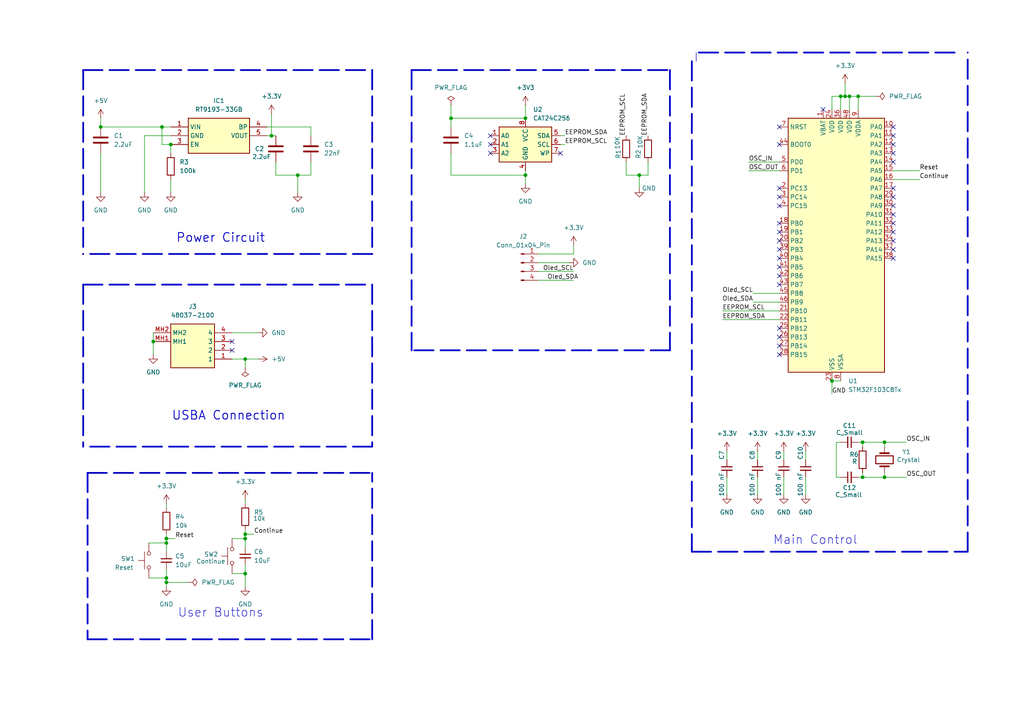
<source format=kicad_sch>
(kicad_sch (version 20231120) (generator "eeschema") (generator_version "8.0")
  (paper "A4")
  (title_block (title "Runtime Tester") (date "2024-10-03") (rev "v001") (company "edisonngunjiri@gmail.com"))
  (lib_symbols
    (symbol "48037-2100:48037-2100"
      (property "Reference" "J" (at 19.05 7.62 0))
      (property "Value" "48037-2100" (at 19.05 5.08 0))
      (symbol "48037-2100_1_1"
        (rectangle (start 5.08 2.54) (end 17.78 -10.16) (stroke (width 0.254)) (fill (type background)))
        (pin passive line (at 22.86 -7.62 180) (length 5.08) (name "1") (number "1"))
        (pin passive line (at 22.86 -5.08 180) (length 5.08) (name "2") (number "2"))
        (pin passive line (at 22.86 -2.54 180) (length 5.08) (name "3") (number "3"))
        (pin passive line (at 22.86 0 180) (length 5.08) (name "4") (number "4"))
        (pin passive line (at 0 -2.54 0) (length 5.08) (name "MH1") (number "MH1"))
        (pin passive line (at 0 0 0) (length 5.08) (name "MH2") (number "MH2"))
      )
    )
    (symbol "Connector:Conn_01x04_Pin" (pin_names (offset 1.016) hide)
      (property "Reference" "J" (at 0 5.08 0))
      (property "Value" "Conn_01x04_Pin" (at 0 -7.62 0))
      (symbol "Conn_01x04_Pin_1_1"
        (polyline (pts (xy 1.27 -5.08) (xy 0.8636 -5.08)) (stroke (width 0.1524)))
        (polyline (pts (xy 1.27 -2.54) (xy 0.8636 -2.54)) (stroke (width 0.1524)))
        (polyline (pts (xy 1.27 0) (xy 0.8636 0)) (stroke (width 0.1524)))
        (polyline (pts (xy 1.27 2.54) (xy 0.8636 2.54)) (stroke (width 0.1524)))
        (rectangle (start 0.8636 -4.953) (end 0 -5.207) (stroke (width 0.1524)) (fill (type outline)))
        (rectangle (start 0.8636 -2.413) (end 0 -2.667) (stroke (width 0.1524)) (fill (type outline)))
        (rectangle (start 0.8636 0.127) (end 0 -0.127) (stroke (width 0.1524)) (fill (type outline)))
        (rectangle (start 0.8636 2.667) (end 0 2.413) (stroke (width 0.1524)) (fill (type outline)))
        (pin passive line (at 5.08 2.54 180) (length 3.81) (name "Pin_1") (number "1"))
        (pin passive line (at 5.08 0 180) (length 3.81) (name "Pin_2") (number "2"))
        (pin passive line (at 5.08 -2.54 180) (length 3.81) (name "Pin_3") (number "3"))
        (pin passive line (at 5.08 -5.08 180) (length 3.81) (name "Pin_4") (number "4"))
      )
    )
    (symbol "Device:C" (pin_numbers hide) (pin_names (offset 0.254))
      (property "Reference" "C" (at 0.635 2.54 0))
      (property "Value" "C" (at 0.635 -2.54 0))
      (symbol "C_0_1"
        (polyline (pts (xy -2.032 -0.762) (xy 2.032 -0.762)) (stroke (width 0.508)))
        (polyline (pts (xy -2.032 0.762) (xy 2.032 0.762)) (stroke (width 0.508)))
      )
      (symbol "C_1_1"
        (pin passive line (at 0 3.81 270) (length 2.794) (name "~") (number "1"))
        (pin passive line (at 0 -3.81 90) (length 2.794) (name "~") (number "2"))
      )
    )
    (symbol "Device:C_Small" (pin_numbers hide) (pin_names (offset 0.254) hide)
      (property "Reference" "C" (at 0.254 1.778 0))
      (property "Value" "C_Small" (at 0.254 -2.032 0))
      (symbol "C_Small_0_1"
        (polyline (pts (xy -1.524 -0.508) (xy 1.524 -0.508)) (stroke (width 0.3302)))
        (polyline (pts (xy -1.524 0.508) (xy 1.524 0.508)) (stroke (width 0.3048)))
      )
      (symbol "C_Small_1_1"
        (pin passive line (at 0 2.54 270) (length 2.032) (name "~") (number "1"))
        (pin passive line (at 0 -2.54 90) (length 2.032) (name "~") (number "2"))
      )
    )
    (symbol "Device:Crystal" (pin_numbers hide) (pin_names (offset 1.016) hide)
      (property "Reference" "Y" (at 0 3.81 0))
      (property "Value" "Crystal" (at 0 -3.81 0))
      (symbol "Crystal_0_1"
        (rectangle (start -1.143 2.54) (end 1.143 -2.54) (stroke (width 0.3048)))
        (polyline (pts (xy -2.54 0) (xy -1.905 0)))
        (polyline (pts (xy -1.905 -1.27) (xy -1.905 1.27)) (stroke (width 0.508)))
        (polyline (pts (xy 1.905 -1.27) (xy 1.905 1.27)) (stroke (width 0.508)))
        (polyline (pts (xy 2.54 0) (xy 1.905 0)))
      )
      (symbol "Crystal_1_1"
        (pin passive line (at -3.81 0 0) (length 1.27) (name "1") (number "1"))
        (pin passive line (at 3.81 0 180) (length 1.27) (name "2") (number "2"))
      )
    )
    (symbol "Device:R" (pin_numbers hide) (pin_names (offset 0))
      (property "Reference" "R" (at 2.032 0 90))
      (property "Value" "R" (at 0 0 90))
      (symbol "R_0_1"
        (rectangle (start -1.016 -2.54) (end 1.016 2.54) (stroke (width 0.254)))
      )
      (symbol "R_1_1"
        (pin passive line (at 0 3.81 270) (length 1.27) (name "~") (number "1"))
        (pin passive line (at 0 -3.81 90) (length 1.27) (name "~") (number "2"))
      )
    )
    (symbol "MCU_ST_STM32F1:STM32F103C8Tx"
      (property "Reference" "U" (at -12.7 39.37 0))
      (property "Value" "STM32F103C8Tx" (at 10.16 39.37 0))
      (symbol "STM32F103C8Tx_0_1"
        (rectangle (start -12.7 -35.56) (end 15.24 38.1) (stroke (width 0.254)) (fill (type background)))
      )
      (symbol "STM32F103C8Tx_1_1"
        (pin power_in line (at -2.54 40.64 270) (length 2.54) (name "VBAT") (number "1"))
        (pin bidirectional line (at 17.78 35.56 180) (length 2.54) (name "PA0") (number "10"))
        (pin bidirectional line (at 17.78 33.02 180) (length 2.54) (name "PA1") (number "11"))
        (pin bidirectional line (at 17.78 30.48 180) (length 2.54) (name "PA2") (number "12"))
        (pin bidirectional line (at 17.78 27.94 180) (length 2.54) (name "PA3") (number "13"))
        (pin bidirectional line (at 17.78 25.4 180) (length 2.54) (name "PA4") (number "14"))
        (pin bidirectional line (at 17.78 22.86 180) (length 2.54) (name "PA5") (number "15"))
        (pin bidirectional line (at 17.78 20.32 180) (length 2.54) (name "PA6") (number "16"))
        (pin bidirectional line (at 17.78 17.78 180) (length 2.54) (name "PA7") (number "17"))
        (pin bidirectional line (at -15.24 7.62 0) (length 2.54) (name "PB0") (number "18"))
        (pin bidirectional line (at -15.24 5.08 0) (length 2.54) (name "PB1") (number "19"))
        (pin bidirectional line (at -15.24 17.78 0) (length 2.54) (name "PC13") (number "2"))
        (pin bidirectional line (at -15.24 2.54 0) (length 2.54) (name "PB2") (number "20"))
        (pin bidirectional line (at -15.24 -17.78 0) (length 2.54) (name "PB10") (number "21"))
        (pin bidirectional line (at -15.24 -20.32 0) (length 2.54) (name "PB11") (number "22"))
        (pin power_in line (at 0 -38.1 90) (length 2.54) (name "VSS") (number "23"))
        (pin power_in line (at 0 40.64 270) (length 2.54) (name "VDD") (number "24"))
        (pin bidirectional line (at -15.24 -22.86 0) (length 2.54) (name "PB12") (number "25"))
        (pin bidirectional line (at -15.24 -25.4 0) (length 2.54) (name "PB13") (number "26"))
        (pin bidirectional line (at -15.24 -27.94 0) (length 2.54) (name "PB14") (number "27"))
        (pin bidirectional line (at -15.24 -30.48 0) (length 2.54) (name "PB15") (number "28"))
        (pin bidirectional line (at 17.78 15.24 180) (length 2.54) (name "PA8") (number "29"))
        (pin bidirectional line (at -15.24 15.24 0) (length 2.54) (name "PC14") (number "3"))
        (pin bidirectional line (at 17.78 12.7 180) (length 2.54) (name "PA9") (number "30"))
        (pin bidirectional line (at 17.78 10.16 180) (length 2.54) (name "PA10") (number "31"))
        (pin bidirectional line (at 17.78 7.62 180) (length 2.54) (name "PA11") (number "32"))
        (pin bidirectional line (at 17.78 5.08 180) (length 2.54) (name "PA12") (number "33"))
        (pin bidirectional line (at 17.78 2.54 180) (length 2.54) (name "PA13") (number "34"))
        (pin passive line (at 0 -38.1 90) (length 2.54) hide (name "VSS") (number "35"))
        (pin power_in line (at 2.54 40.64 270) (length 2.54) (name "VDD") (number "36"))
        (pin bidirectional line (at 17.78 0 180) (length 2.54) (name "PA14") (number "37"))
        (pin bidirectional line (at 17.78 -2.54 180) (length 2.54) (name "PA15") (number "38"))
        (pin bidirectional line (at -15.24 0 0) (length 2.54) (name "PB3") (number "39"))
        (pin bidirectional line (at -15.24 12.7 0) (length 2.54) (name "PC15") (number "4"))
        (pin bidirectional line (at -15.24 -2.54 0) (length 2.54) (name "PB4") (number "40"))
        (pin bidirectional line (at -15.24 -5.08 0) (length 2.54) (name "PB5") (number "41"))
        (pin bidirectional line (at -15.24 -7.62 0) (length 2.54) (name "PB6") (number "42"))
        (pin bidirectional line (at -15.24 -10.16 0) (length 2.54) (name "PB7") (number "43"))
        (pin input line (at -15.24 30.48 0) (length 2.54) (name "BOOT0") (number "44"))
        (pin bidirectional line (at -15.24 -12.7 0) (length 2.54) (name "PB8") (number "45"))
        (pin bidirectional line (at -15.24 -15.24 0) (length 2.54) (name "PB9") (number "46"))
        (pin passive line (at 0 -38.1 90) (length 2.54) hide (name "VSS") (number "47"))
        (pin power_in line (at 5.08 40.64 270) (length 2.54) (name "VDD") (number "48"))
        (pin bidirectional line (at -15.24 25.4 0) (length 2.54) (name "PD0") (number "5"))
        (pin bidirectional line (at -15.24 22.86 0) (length 2.54) (name "PD1") (number "6"))
        (pin input line (at -15.24 35.56 0) (length 2.54) (name "NRST") (number "7"))
        (pin power_in line (at 2.54 -38.1 90) (length 2.54) (name "VSSA") (number "8"))
        (pin power_in line (at 7.62 40.64 270) (length 2.54) (name "VDDA") (number "9"))
      )
    )
    (symbol "Memory_EEPROM:CAT24C256"
      (property "Reference" "U" (at -6.35 6.35 0))
      (property "Value" "CAT24C256" (at 1.27 6.35 0))
      (symbol "CAT24C256_1_1"
        (rectangle (start -7.62 5.08) (end 7.62 -5.08) (stroke (width 0.254)) (fill (type background)))
        (pin input line (at -10.16 2.54 0) (length 2.54) (name "A0") (number "1"))
        (pin input line (at -10.16 0 0) (length 2.54) (name "A1") (number "2"))
        (pin input line (at -10.16 -2.54 0) (length 2.54) (name "A2") (number "3"))
        (pin power_in line (at 0 -7.62 90) (length 2.54) (name "GND") (number "4"))
        (pin bidirectional line (at 10.16 2.54 180) (length 2.54) (name "SDA") (number "5"))
        (pin input line (at 10.16 0 180) (length 2.54) (name "SCL") (number "6"))
        (pin input line (at 10.16 -2.54 180) (length 2.54) (name "WP") (number "7"))
        (pin power_in line (at 0 7.62 270) (length 2.54) (name "VCC") (number "8"))
      )
    )
    (symbol "RT9193-33GB:RT9193-33GB"
      (property "Reference" "IC" (at 24.13 7.62 0))
      (property "Value" "RT9193-33GB" (at 24.13 5.08 0))
      (symbol "RT9193-33GB_1_1"
        (rectangle (start 5.08 2.54) (end 22.86 -7.62) (stroke (width 0.254)) (fill (type background)))
        (pin passive line (at 0 0 0) (length 5.08) (name "VIN") (number "1"))
        (pin passive line (at 0 -2.54 0) (length 5.08) (name "GND") (number "2"))
        (pin passive line (at 0 -5.08 0) (length 5.08) (name "EN") (number "3"))
        (pin passive line (at 27.94 0 180) (length 5.08) (name "BP") (number "4"))
        (pin passive line (at 27.94 -2.54 180) (length 5.08) (name "VOUT") (number "5"))
      )
    )
    (symbol "Switch:SW_Push" (pin_numbers hide) (pin_names (offset 1.016) hide)
      (property "Reference" "SW" (at 1.27 2.54 0))
      (property "Value" "SW_Push" (at 0 -1.524 0))
      (symbol "SW_Push_0_1"
        (circle (center -2.032 0) (radius 0.508))
        (polyline (pts (xy 0 1.27) (xy 0 3.048)))
        (polyline (pts (xy 2.54 1.27) (xy -2.54 1.27)))
        (circle (center 2.032 0) (radius 0.508))
        (pin passive line (at -5.08 0 0) (length 2.54) (name "1") (number "1"))
        (pin passive line (at 5.08 0 180) (length 2.54) (name "2") (number "2"))
      )
    )
    (symbol "power:+3.3V" (power) (pin_numbers hide) (pin_names (offset 0) hide)
      (property "Value" "+3.3V" (at 0 3.556 0))
      (symbol "+3.3V_0_1"
        (polyline (pts (xy -0.762 1.27) (xy 0 2.54)))
        (polyline (pts (xy 0 0) (xy 0 2.54)))
        (polyline (pts (xy 0 2.54) (xy 0.762 1.27)))
      )
      (symbol "+3.3V_1_1"
        (pin power_in line (at 0 0 90) (length 0) (name "~") (number "1"))
      )
    )
    (symbol "power:+3V3" (power) (pin_numbers hide) (pin_names (offset 0) hide)
      (property "Value" "+3V3" (at 0 3.556 0))
      (symbol "+3V3_0_1"
        (polyline (pts (xy -0.762 1.27) (xy 0 2.54)))
        (polyline (pts (xy 0 0) (xy 0 2.54)))
        (polyline (pts (xy 0 2.54) (xy 0.762 1.27)))
      )
      (symbol "+3V3_1_1"
        (pin power_in line (at 0 0 90) (length 0) (name "~") (number "1"))
      )
    )
    (symbol "power:+5V" (power) (pin_numbers hide) (pin_names (offset 0) hide)
      (property "Value" "+5V" (at 0 3.556 0))
      (symbol "+5V_0_1"
        (polyline (pts (xy -0.762 1.27) (xy 0 2.54)))
        (polyline (pts (xy 0 0) (xy 0 2.54)))
        (polyline (pts (xy 0 2.54) (xy 0.762 1.27)))
      )
      (symbol "+5V_1_1"
        (pin power_in line (at 0 0 90) (length 0) (name "~") (number "1"))
      )
    )
    (symbol "power:GND" (power) (pin_numbers hide) (pin_names (offset 0) hide)
      (property "Value" "GND" (at 0 -3.81 0))
      (symbol "GND_0_1"
        (polyline (pts (xy 0 0) (xy 0 -1.27) (xy 1.27 -1.27) (xy 0 -2.54) (xy -1.27 -1.27) (xy 0 -1.27)))
      )
      (symbol "GND_1_1"
        (pin power_in line (at 0 0 270) (length 0) (name "~") (number "1"))
      )
    )
    (symbol "power:PWR_FLAG" (power) (pin_numbers hide) (pin_names (offset 0) hide)
      (property "Value" "PWR_FLAG" (at 0 3.81 0))
      (symbol "PWR_FLAG_0_0"
        (pin power_out line (at 0 0 90) (length 0) (name "~") (number "1"))
      )
      (symbol "PWR_FLAG_0_1"
        (polyline (pts (xy 0 0) (xy 0 1.27) (xy -1.016 1.905) (xy 0 2.54) (xy 1.016 1.905) (xy 0 1.27)))
      )
    )
  )
  (junction (at 152.4 50.8))
  (junction (at 44.45 99.06))
  (junction (at 256.54 128.27))
  (junction (at 46.99 36.83))
  (junction (at 48.26 167.64))
  (junction (at 185.42 50.8))
  (junction (at 256.54 138.43))
  (junction (at 49.53 41.91))
  (junction (at 245.11 27.94))
  (junction (at 71.12 166.37))
  (junction (at 246.38 27.94))
  (junction (at 86.36 50.8))
  (junction (at 71.12 154.94))
  (junction (at 48.26 157.48))
  (junction (at 250.19 128.27))
  (junction (at 152.4 34.29))
  (junction (at 48.26 156.21))
  (junction (at 130.81 34.29))
  (junction (at 48.26 168.91))
  (junction (at 243.84 27.94))
  (junction (at 71.12 156.21))
  (junction (at 29.21 36.83))
  (junction (at 71.12 104.14))
  (junction (at 78.74 39.37))
  (junction (at 241.3 110.49))
  (junction (at 248.92 27.94))
  (junction (at 250.19 138.43))
  (no_connect (at 226.06 59.69))
  (no_connect (at 259.08 59.69))
  (no_connect (at 226.06 74.93))
  (no_connect (at 259.08 72.39))
  (no_connect (at 226.06 82.55))
  (no_connect (at 142.24 44.45))
  (no_connect (at 226.06 54.61))
  (no_connect (at 226.06 67.31))
  (no_connect (at 226.06 36.83))
  (no_connect (at 226.06 72.39))
  (no_connect (at 226.06 41.91))
  (no_connect (at 259.08 39.37))
  (no_connect (at 67.31 99.06))
  (no_connect (at 226.06 102.87))
  (no_connect (at 162.56 44.45))
  (no_connect (at 226.06 100.33))
  (no_connect (at 259.08 74.93))
  (no_connect (at 238.76 31.75))
  (no_connect (at 259.08 62.23))
  (no_connect (at 226.06 77.47))
  (no_connect (at 226.06 95.25))
  (no_connect (at 259.08 46.99))
  (no_connect (at 142.24 39.37))
  (no_connect (at 259.08 36.83))
  (no_connect (at 226.06 80.01))
  (no_connect (at 259.08 67.31))
  (no_connect (at 226.06 64.77))
  (no_connect (at 226.06 57.15))
  (no_connect (at 226.06 69.85))
  (no_connect (at 259.08 69.85))
  (no_connect (at 67.31 101.6))
  (no_connect (at 259.08 64.77))
  (no_connect (at 142.24 41.91))
  (no_connect (at 259.08 44.45))
  (no_connect (at 226.06 97.79))
  (no_connect (at 259.08 57.15))
  (no_connect (at 259.08 54.61))
  (no_connect (at 259.08 41.91))
  (wire (pts (xy 152.4 49.53) (xy 152.4 50.8)))
  (wire (pts (xy 250.19 137.16) (xy 250.19 138.43)))
  (wire (pts (xy 162.56 39.37) (xy 163.83 39.37)))
  (wire (pts (xy 48.26 156.21) (xy 48.26 157.48)))
  (wire (pts (xy 48.26 165.1) (xy 48.26 167.64)))
  (wire (pts (xy 156.21 81.28) (xy 166.37 81.28)))
  (polyline (pts (xy 107.95 73.66) (xy 24.13 73.66)) (stroke (width 0.508) (type dash)))
  (wire (pts (xy 130.81 50.8) (xy 152.4 50.8)))
  (wire (pts (xy 29.21 36.83) (xy 46.99 36.83)))
  (wire (pts (xy 29.21 44.45) (xy 29.21 55.88)))
  (wire (pts (xy 227.33 130.81) (xy 227.33 133.35)))
  (wire (pts (xy 130.81 44.45) (xy 130.81 50.8)))
  (polyline (pts (xy 24.13 82.55) (xy 24.13 129.54)) (stroke (width 0.508) (type dash)))
  (wire (pts (xy 130.81 36.83) (xy 130.81 34.29)))
  (wire (pts (xy 166.37 71.12) (xy 166.37 73.66)))
  (wire (pts (xy 156.21 76.2) (xy 165.1 76.2)))
  (wire (pts (xy 67.31 166.37) (xy 71.12 166.37)))
  (wire (pts (xy 259.08 52.07) (xy 266.7 52.07)))
  (wire (pts (xy 217.17 49.53) (xy 226.06 49.53)))
  (polyline (pts (xy 276.86 15.24) (xy 201.93 15.24)) (stroke (width 0.508) (type dash)))
  (wire (pts (xy 185.42 50.8) (xy 187.96 50.8)))
  (wire (pts (xy 217.17 46.99) (xy 226.06 46.99)))
  (wire (pts (xy 243.84 27.94) (xy 243.84 31.75)))
  (polyline (pts (xy 24.13 20.32) (xy 24.13 73.66)) (stroke (width 0.508) (type dash)))
  (wire (pts (xy 245.11 24.13) (xy 245.11 27.94)))
  (wire (pts (xy 67.31 96.52) (xy 74.93 96.52)))
  (wire (pts (xy 71.12 144.78) (xy 71.12 146.05)))
  (wire (pts (xy 29.21 34.29) (xy 29.21 36.83)))
  (wire (pts (xy 181.61 46.99) (xy 181.61 50.8)))
  (wire (pts (xy 49.53 39.37) (xy 41.91 39.37)))
  (wire (pts (xy 250.19 128.27) (xy 256.54 128.27)))
  (wire (pts (xy 43.18 157.48) (xy 48.26 157.48)))
  (wire (pts (xy 210.82 138.43) (xy 210.82 143.51)))
  (wire (pts (xy 181.61 50.8) (xy 185.42 50.8)))
  (wire (pts (xy 218.44 85.09) (xy 226.06 85.09)))
  (polyline (pts (xy 200.66 17.78) (xy 200.66 160.02)) (stroke (width 0.508) (type dash)))
  (wire (pts (xy 77.47 39.37) (xy 78.74 39.37)))
  (polyline (pts (xy 200.66 160.02) (xy 280.67 160.02)) (stroke (width 0.508) (type dash)))
  (wire (pts (xy 256.54 129.54) (xy 256.54 128.27)))
  (wire (pts (xy 49.53 41.91) (xy 49.53 44.45)))
  (wire (pts (xy 156.21 78.74) (xy 166.37 78.74)))
  (wire (pts (xy 48.26 167.64) (xy 48.26 168.91)))
  (wire (pts (xy 48.26 168.91) (xy 48.26 170.18)))
  (wire (pts (xy 241.3 31.75) (xy 241.3 27.94)))
  (polyline (pts (xy 119.38 20.32) (xy 119.38 101.6)) (stroke (width 0.508) (type dash)))
  (wire (pts (xy 245.11 27.94) (xy 246.38 27.94)))
  (wire (pts (xy 130.81 30.48) (xy 130.81 34.29)))
  (wire (pts (xy 185.42 50.8) (xy 185.42 54.61)))
  (wire (pts (xy 71.12 154.94) (xy 71.12 156.21)))
  (wire (pts (xy 243.84 27.94) (xy 245.11 27.94)))
  (wire (pts (xy 48.26 168.91) (xy 54.61 168.91)))
  (wire (pts (xy 44.45 99.06) (xy 44.45 102.87)))
  (wire (pts (xy 219.71 130.81) (xy 219.71 133.35)))
  (wire (pts (xy 90.17 39.37) (xy 90.17 36.83)))
  (wire (pts (xy 256.54 138.43) (xy 250.19 138.43)))
  (wire (pts (xy 219.71 138.43) (xy 219.71 143.51)))
  (wire (pts (xy 246.38 27.94) (xy 248.92 27.94)))
  (wire (pts (xy 80.01 46.99) (xy 80.01 50.8)))
  (wire (pts (xy 71.12 153.67) (xy 71.12 154.94)))
  (wire (pts (xy 241.3 27.94) (xy 243.84 27.94)))
  (wire (pts (xy 246.38 27.94) (xy 246.38 31.75)))
  (wire (pts (xy 256.54 128.27) (xy 262.89 128.27)))
  (wire (pts (xy 71.12 166.37) (xy 71.12 170.18)))
  (wire (pts (xy 41.91 39.37) (xy 41.91 55.88)))
  (wire (pts (xy 80.01 50.8) (xy 86.36 50.8)))
  (wire (pts (xy 43.18 167.64) (xy 48.26 167.64)))
  (polyline (pts (xy 107.95 129.54) (xy 24.13 129.54)) (stroke (width 0.508) (type dash)))
  (polyline (pts (xy 25.4 137.16) (xy 107.95 137.16)) (stroke (width 0.508) (type dash)))
  (wire (pts (xy 250.19 128.27) (xy 248.92 128.27)))
  (polyline (pts (xy 280.67 160.02) (xy 280.67 15.24)) (stroke (width 0.508) (type dash)))
  (wire (pts (xy 241.3 110.49) (xy 241.3 114.3)))
  (polyline (pts (xy 107.95 185.42) (xy 107.95 137.16)) (stroke (width 0.508) (type dash)))
  (polyline (pts (xy 24.13 20.32) (xy 107.95 20.32)) (stroke (width 0.508) (type dash)))
  (wire (pts (xy 90.17 46.99) (xy 90.17 50.8)))
  (wire (pts (xy 48.26 156.21) (xy 50.8 156.21)))
  (wire (pts (xy 44.45 96.52) (xy 44.45 99.06)))
  (polyline (pts (xy 25.4 137.16) (xy 25.4 185.42)) (stroke (width 0.508) (type dash)))
  (polyline (pts (xy 194.31 101.6) (xy 119.38 101.6)) (stroke (width 0.508) (type dash)))
  (wire (pts (xy 78.74 39.37) (xy 80.01 39.37)))
  (polyline (pts (xy 107.95 20.32) (xy 107.95 73.66)) (stroke (width 0.508) (type dash)))
  (wire (pts (xy 242.57 128.27) (xy 242.57 138.43)))
  (wire (pts (xy 233.68 130.81) (xy 233.68 133.35)))
  (wire (pts (xy 256.54 138.43) (xy 262.89 138.43)))
  (polyline (pts (xy 25.4 185.42) (xy 107.95 185.42)) (stroke (width 0.508) (type dash)))
  (wire (pts (xy 71.12 104.14) (xy 74.93 104.14)))
  (wire (pts (xy 209.55 92.71) (xy 226.06 92.71)))
  (wire (pts (xy 218.44 87.63) (xy 226.06 87.63)))
  (wire (pts (xy 233.68 138.43) (xy 233.68 143.51)))
  (polyline (pts (xy 119.38 20.32) (xy 194.31 20.32)) (stroke (width 0.508) (type dash)))
  (wire (pts (xy 210.82 130.81) (xy 210.82 133.35)))
  (wire (pts (xy 248.92 27.94) (xy 254 27.94)))
  (wire (pts (xy 86.36 55.88) (xy 86.36 50.8)))
  (polyline (pts (xy 107.95 82.55) (xy 107.95 129.54)) (stroke (width 0.508) (type dash)))
  (wire (pts (xy 152.4 50.8) (xy 152.4 53.34)))
  (wire (pts (xy 67.31 156.21) (xy 71.12 156.21)))
  (wire (pts (xy 152.4 30.48) (xy 152.4 34.29)))
  (wire (pts (xy 250.19 129.54) (xy 250.19 128.27)))
  (wire (pts (xy 46.99 36.83) (xy 49.53 36.83)))
  (wire (pts (xy 243.84 128.27) (xy 242.57 128.27)))
  (wire (pts (xy 48.26 154.94) (xy 48.26 156.21)))
  (wire (pts (xy 71.12 104.14) (xy 71.12 106.68)))
  (wire (pts (xy 162.56 41.91) (xy 163.83 41.91)))
  (wire (pts (xy 166.37 73.66) (xy 156.21 73.66)))
  (wire (pts (xy 49.53 52.07) (xy 49.53 55.88)))
  (wire (pts (xy 250.19 138.43) (xy 248.92 138.43)))
  (polyline (pts (xy 201.93 15.24) (xy 201.93 17.78)))
  (wire (pts (xy 241.3 110.49) (xy 243.84 110.49)))
  (wire (pts (xy 67.31 104.14) (xy 71.12 104.14)))
  (wire (pts (xy 242.57 138.43) (xy 243.84 138.43)))
  (wire (pts (xy 49.53 41.91) (xy 46.99 41.91)))
  (wire (pts (xy 48.26 146.05) (xy 48.26 147.32)))
  (wire (pts (xy 259.08 49.53) (xy 266.7 49.53)))
  (wire (pts (xy 78.74 33.02) (xy 78.74 39.37)))
  (wire (pts (xy 48.26 157.48) (xy 48.26 160.02)))
  (wire (pts (xy 248.92 27.94) (xy 248.92 31.75)))
  (wire (pts (xy 187.96 50.8) (xy 187.96 46.99)))
  (wire (pts (xy 90.17 36.83) (xy 77.47 36.83)))
  (wire (pts (xy 46.99 41.91) (xy 46.99 36.83)))
  (wire (pts (xy 71.12 163.83) (xy 71.12 166.37)))
  (polyline (pts (xy 24.13 82.55) (xy 107.95 82.55)) (stroke (width 0.508) (type dash)))
  (wire (pts (xy 227.33 138.43) (xy 227.33 143.51)))
  (polyline (pts (xy 194.31 20.32) (xy 194.31 101.6)) (stroke (width 0.508) (type dash)))
  (wire (pts (xy 86.36 50.8) (xy 90.17 50.8)))
  (wire (pts (xy 130.81 34.29) (xy 152.4 34.29)))
  (wire (pts (xy 209.55 90.17) (xy 226.06 90.17)))
  (wire (pts (xy 71.12 156.21) (xy 71.12 158.75)))
  (wire (pts (xy 256.54 137.16) (xy 256.54 138.43)))
  (wire (pts (xy 71.12 154.94) (xy 73.66 154.94)))
  (text "Power Circuit" (at 64.008 69.088 0) (effects (font (size 2.54 2.54) (thickness 0.254) (bold yes))))
  (text "User Buttons" (at 64.008 177.8 0) (effects (font (size 2.54 2.54))))
  (text "Main Control" (at 236.474 156.718 0) (effects (font (size 2.54 2.54))))
  (text "USBA Connection" (at 66.294 120.65 0) (effects (font (size 2.54 2.54) (thickness 0.254) (bold yes))))
  (label "EEPROM_SCL" (at 209.55 90.17 0))
  (label "OSC_IN" (at 262.89 128.27 0))
  (label "Oled_SCL" (at 157.48 78.74 0))
  (label "EEPROM_SDA" (at 187.96 39.37 90))
  (label "Continue" (at 73.66 154.94 0))
  (label "Continue" (at 266.7 52.07 0))
  (label "Reset" (at 266.7 49.53 0))
  (label "Oled_SCL" (at 218.44 85.09 180))
  (label "OSC_OUT" (at 217.17 49.53 0))
  (label "Oled_SDA" (at 158.75 81.28 0))
  (label "Reset" (at 50.8 156.21 0))
  (label "OSC_OUT" (at 262.89 138.43 0))
  (label "GND" (at 241.3 114.3 0))
  (label "EEPROM_SDA" (at 163.83 39.37 0))
  (label "Oled_SDA" (at 218.44 87.63 180))
  (label "OSC_IN" (at 217.17 46.99 0))
  (label "EEPROM_SDA" (at 209.55 92.71 0))
  (label "EEPROM_SCL" (at 163.83 41.91 0))
  (label "EEPROM_SCL" (at 181.61 39.37 90))
  (symbol (lib_id "power:GND") (at 165.1 76.2 90) (unit 1)
    (property "Reference" "#PWR026" (effects (hide yes)))
    (property "Value" "GND" (at 168.91 76.1999 90) (effects (justify right)))
    (property "Description" "Power symbol creates a global label with name \"GND\" , ground" (effects (hide yes)))
  )
  (symbol (lib_id "Device:C") (at 80.01 43.18 0) (unit 1)
    (property "Reference" "C2" (at 73.914 43.18 0) (effects (justify left)))
    (property "Value" "2.2uF" (at 73.152 45.466 0) (effects (justify left)))
    (property "Footprint" "Capacitor_SMD:C_0603_1608Metric" (effects (hide yes)))
    (property "Description" "Unpolarized capacitor" (effects (hide yes)))
  )
  (symbol (lib_id "Device:C_Small") (at 233.68 135.89 0) (unit 1)
    (property "Reference" "C10" (at 232.156 133.35 90) (effects (justify left)))
    (property "Value" "100 nF" (at 232.156 144.018 90) (effects (justify left)))
    (property "Footprint" "Capacitor_SMD:C_0603_1608Metric" (effects (hide yes)))
    (property "Description" "Unpolarized capacitor, small symbol" (effects (hide yes)))
  )
  (symbol (lib_id "power:+3.3V") (at 78.74 33.02 0) (unit 1)
    (property "Reference" "#PWR07" (effects (hide yes)))
    (property "Value" "+3.3V" (at 78.74 27.94 0))
    (property "Description" "Power symbol creates a global label with name \"+3.3V\"" (effects (hide yes)))
  )
  (symbol (lib_id "Device:C_Small") (at 246.38 128.27 270) (unit 1)
    (property "Reference" "C11" (at 246.38 123.444 90))
    (property "Value" "C_Small" (at 246.38 125.476 90))
    (property "Footprint" "Capacitor_SMD:C_0603_1608Metric" (effects (hide yes)))
    (property "Description" "Unpolarized capacitor, small symbol" (effects (hide yes)))
  )
  (symbol (lib_id "Memory_EEPROM:CAT24C256") (at 152.4 41.91 0) (unit 1)
    (property "Reference" "U2" (at 154.5941 31.75 0) (effects (justify left)))
    (property "Value" "CAT24C256" (at 154.5941 34.29 0) (effects (justify left)))
    (property "Footprint" "24C256:SOIC127P600X175-8N" (effects (hide yes)))
    (property "Datasheet" "https://www.onsemi.cn/PowerSolutions/document/CAT24C256-D.PDF" (effects (hide yes)))
    (property "Description" "256 kb CMOS Serial EEPROM, DIP-8/SOIC-8/TSSOP-8/DFN-8" (effects (hide yes)))
  )
  (symbol (lib_id "Device:R") (at 71.12 149.86 0) (unit 1)
    (property "Reference" "R5" (at 73.66 148.5899 0) (effects (justify left)))
    (property "Value" "10k" (at 73.406 150.368 0) (effects (justify left)))
    (property "Footprint" "Resistor_SMD:R_0603_1608Metric_Pad0.98x0.95mm_HandSolder" (effects (hide yes)))
    (property "Description" "Resistor" (effects (hide yes)))
  )
  (symbol (lib_id "power:+3.3V") (at 233.68 130.81 0) (unit 1)
    (property "Reference" "#PWR023" (effects (hide yes)))
    (property "Value" "+3.3V" (at 233.68 125.73 0))
    (property "Description" "Power symbol creates a global label with name \"+3.3V\"" (effects (hide yes)))
  )
  (symbol (lib_id "Device:C") (at 90.17 43.18 0) (unit 1)
    (property "Reference" "C3" (at 93.98 41.9099 0) (effects (justify left)))
    (property "Value" "22nF" (at 93.98 44.4499 0) (effects (justify left)))
    (property "Footprint" "Capacitor_SMD:C_0603_1608Metric" (effects (hide yes)))
    (property "Description" "Unpolarized capacitor" (effects (hide yes)))
  )
  (symbol (lib_id "Device:C_Small") (at 227.33 135.89 0) (unit 1)
    (property "Reference" "C9" (at 225.806 133.35 90) (effects (justify left)))
    (property "Value" "100 nF" (at 225.806 144.018 90) (effects (justify left)))
    (property "Footprint" "Capacitor_SMD:C_0603_1608Metric" (effects (hide yes)))
    (property "Description" "Unpolarized capacitor, small symbol" (effects (hide yes)))
  )
  (symbol (lib_id "power:GND") (at 41.91 55.88 0) (unit 1)
    (property "Reference" "#PWR04" (effects (hide yes)))
    (property "Value" "GND" (at 41.91 60.96 0))
    (property "Description" "Power symbol creates a global label with name \"GND\" , ground" (effects (hide yes)))
  )
  (symbol (lib_id "Device:R") (at 49.53 48.26 0) (unit 1)
    (property "Reference" "R3" (at 52.07 46.9899 0) (effects (justify left)))
    (property "Value" "100k" (at 52.07 49.5299 0) (effects (justify left)))
    (property "Footprint" "Resistor_SMD:R_0603_1608Metric" (effects (hide yes)))
    (property "Description" "Resistor" (effects (hide yes)))
  )
  (symbol (lib_id "Switch:SW_Push") (at 43.18 162.56 90) (unit 1)
    (property "Reference" "SW1" (at 35.052 162.052 90) (effects (justify right)))
    (property "Value" "Reset" (at 33.274 164.592 90) (effects (justify right)))
    (property "Footprint" "Button_Switch_THT:SW_Tactile_SPST_Angled_PTS645Vx39-2LFS" (effects (hide yes)))
    (property "Description" "Push button switch, generic, two pins" (effects (hide yes)))
  )
  (symbol (lib_id "power:GND") (at 185.42 54.61 0) (unit 1)
    (property "Reference" "#PWR013" (effects (hide yes)))
    (property "Value" "GND" (at 188.214 54.61 0))
    (property "Description" "Power symbol creates a global label with name \"GND\" , ground" (effects (hide yes)))
  )
  (symbol (lib_id "power:+3V3") (at 152.4 30.48 0) (unit 1)
    (property "Reference" "#PWR011" (effects (hide yes)))
    (property "Value" "+3V3" (at 152.4 25.4 0))
    (property "Description" "Power symbol creates a global label with name \"+3V3\"" (effects (hide yes)))
  )
  (symbol (lib_id "power:+5V") (at 74.93 104.14 270) (unit 1)
    (property "Reference" "#PWR09" (effects (hide yes)))
    (property "Value" "+5V" (at 78.74 104.1399 90) (effects (justify left)))
    (property "Description" "Power symbol creates a global label with name \"+5V\"" (effects (hide yes)))
  )
  (symbol (lib_id "power:GND") (at 152.4 53.34 0) (unit 1)
    (property "Reference" "#PWR012" (effects (hide yes)))
    (property "Value" "GND" (at 152.4 58.42 0))
    (property "Description" "Power symbol creates a global label with name \"GND\" , ground" (effects (hide yes)))
  )
  (symbol (lib_id "Device:C_Small") (at 219.71 135.89 0) (unit 1)
    (property "Reference" "C8" (at 218.186 133.35 90) (effects (justify left)))
    (property "Value" "100 nF" (at 218.186 144.018 90) (effects (justify left)))
    (property "Footprint" "Capacitor_SMD:C_0603_1608Metric" (effects (hide yes)))
    (property "Description" "Unpolarized capacitor, small symbol" (effects (hide yes)))
  )
  (symbol (lib_id "power:PWR_FLAG") (at 71.12 106.68 180) (unit 1)
    (property "Reference" "#FLG03" (effects (hide yes)))
    (property "Value" "PWR_FLAG" (at 71.12 111.76 0))
    (property "Description" "Special symbol for telling ERC where power comes from" (effects (hide yes)))
  )
  (symbol (lib_id "power:PWR_FLAG") (at 130.81 30.48 0) (unit 1)
    (property "Reference" "#FLG02" (effects (hide yes)))
    (property "Value" "PWR_FLAG" (at 130.81 25.4 0))
    (property "Description" "Special symbol for telling ERC where power comes from" (effects (hide yes)))
  )
  (symbol (lib_id "Device:C_Small") (at 246.38 138.43 90) (unit 1)
    (property "Reference" "C12" (at 246.38 141.478 90))
    (property "Value" "C_Small" (at 246.126 143.51 90))
    (property "Footprint" "Capacitor_SMD:C_0603_1608Metric" (effects (hide yes)))
    (property "Description" "Unpolarized capacitor, small symbol" (effects (hide yes)))
  )
  (symbol (lib_id "Device:Crystal") (at 256.54 133.35 270) (unit 1)
    (property "Reference" "Y1" (at 261.62 131.064 90) (effects (justify left)))
    (property "Value" "Crystal" (at 260.096 133.35 90) (effects (justify left)))
    (property "Footprint" "Crystal:Crystal_SMD_SeikoEpson_MA505-2Pin_12.7x5.1mm" (effects (hide yes)))
    (property "Description" "Two pin crystal" (effects (hide yes)))
  )
  (symbol (lib_id "MCU_ST_STM32F1:STM32F103C8Tx") (at 241.3 72.39 0) (unit 1)
    (property "Reference" "U1" (at 246.0341 110.49 0) (effects (justify left)))
    (property "Value" "STM32F103C8Tx" (at 246.0341 113.03 0) (effects (justify left)))
    (property "Footprint" "Package_QFP:LQFP-48_7x7mm_P0.5mm" (effects (hide yes)))
    (property "Datasheet" "https://www.st.com/resource/en/datasheet/stm32f103c8.pdf" (effects (hide yes)))
    (property "Description" "STMicroelectronics Arm Cortex-M3 MCU, 64KB flash, 20KB RAM, 72 MHz, 2.0-3.6V, 37 GPIO, LQFP48" (effects (hide yes)))
  )
  (symbol (lib_id "power:PWR_FLAG") (at 54.61 168.91 270) (unit 1)
    (property "Reference" "#FLG05" (effects (hide yes)))
    (property "Value" "PWR_FLAG" (at 58.42 168.9099 90) (effects (justify left)))
    (property "Description" "Special symbol for telling ERC where power comes from" (effects (hide yes)))
  )
  (symbol (lib_id "power:GND") (at 210.82 143.51 0) (unit 1)
    (property "Reference" "#PWR017" (effects (hide yes)))
    (property "Value" "GND" (at 210.82 148.59 0))
    (property "Description" "Power symbol creates a global label with name \"GND\" , ground" (effects (hide yes)))
  )
  (symbol (lib_id "power:+3.3V") (at 48.26 146.05 0) (unit 1)
    (property "Reference" "#PWR014" (effects (hide yes)))
    (property "Value" "+3.3V" (at 48.26 140.97 0))
    (property "Description" "Power symbol creates a global label with name \"+3.3V\"" (effects (hide yes)))
  )
  (symbol (lib_id "Device:C") (at 130.81 40.64 0) (unit 1)
    (property "Reference" "C4" (at 134.62 39.3699 0) (effects (justify left)))
    (property "Value" "1.1uF" (at 134.62 41.9099 0) (effects (justify left)))
    (property "Footprint" "Capacitor_SMD:C_0603_1608Metric" (effects (hide yes)))
    (property "Description" "Unpolarized capacitor" (effects (hide yes)))
  )
  (symbol (lib_id "power:+5V") (at 29.21 34.29 0) (unit 1)
    (property "Reference" "#PWR08" (effects (hide yes)))
    (property "Value" "+5V" (at 29.21 29.21 0))
    (property "Description" "Power symbol creates a global label with name \"+5V\"" (effects (hide yes)))
  )
  (symbol (lib_id "power:GND") (at 49.53 55.88 0) (unit 1)
    (property "Reference" "#PWR06" (effects (hide yes)))
    (property "Value" "GND" (at 49.53 60.96 0))
    (property "Description" "Power symbol creates a global label with name \"GND\" , ground" (effects (hide yes)))
  )
  (symbol (lib_id "power:GND") (at 29.21 55.88 0) (unit 1)
    (property "Reference" "#PWR03" (effects (hide yes)))
    (property "Value" "GND" (at 29.21 60.96 0))
    (property "Description" "Power symbol creates a global label with name \"GND\" , ground" (effects (hide yes)))
  )
  (symbol (lib_id "power:+3.3V") (at 166.37 71.12 0) (unit 1)
    (property "Reference" "#PWR025" (effects (hide yes)))
    (property "Value" "+3.3V" (at 166.37 66.04 0))
    (property "Description" "Power symbol creates a global label with name \"+3.3V\"" (effects (hide yes)))
  )
  (symbol (lib_id "48037-2100:48037-2100") (at 44.45 96.52 0) (unit 1)
    (property "Reference" "J3" (at 55.88 88.9 0))
    (property "Value" "48037-2100" (at 55.88 91.44 0))
    (property "Footprint" "USBA_Male_connector:480372100" (effects (hide yes)))
    (property "Datasheet" "https://componentsearchengine.com/Datasheets/1/48037-2100.pdf" (effects (hide yes)))
    (property "Description" "USB Connectors USB A Plug Leg 4.8mm ug Leg 4.8mm SMT L/F" (effects (hide yes)))
    (property "Height" "4.5" (effects (hide yes)))
    (property "Mouser Part Number" "538-48037-2100" (effects (hide yes)))
    (property "Mouser Price/Stock" "https://www.mouser.co.uk/ProductDetail/Molex/48037-2100?qs=Zgxf4oYje4F2MlwVpzV45Q%3D%3D" (effects (hide yes)))
    (property "Manufacturer_Name" "Molex" (effects (hide yes)))
    (property "Manufacturer_Part_Number" "48037-2100" (effects (hide yes)))
  )
  (symbol (lib_id "RT9193-33GB:RT9193-33GB") (at 49.53 36.83 0) (unit 1)
    (property "Reference" "IC1" (at 63.5 29.21 0))
    (property "Value" "RT9193-33GB" (at 63.5 31.75 0))
    (property "Footprint" "KiCad:SOT94P279X130-5N" (effects (hide yes)))
    (property "Datasheet" "http://www.richtek.com/assets/product_file/RT9193/DS9193-17.pdf" (effects (hide yes)))
    (property "Description" "300mA, Ultra-Low Noise, Ultra-Fast CMOS LDO Regulator" (effects (hide yes)))
    (property "Height" "1.295" (effects (hide yes)))
    (property "Mouser Part Number" "835-RT9193-33GB" (effects (hide yes)))
    (property "Mouser Price/Stock" "https://www.mouser.co.uk/ProductDetail/Richtek/RT9193-33GB?qs=amGC7iS6iy8ybRcZ9Wn2ww%3D%3D" (effects (hide yes)))
    (property "Manufacturer_Name" "RICHTEK" (effects (hide yes)))
    (property "Manufacturer_Part_Number" "RT9193-33GB" (effects (hide yes)))
  )
  (symbol (lib_id "power:+3.3V") (at 71.12 144.78 0) (unit 1)
    (property "Reference" "#PWR015" (effects (hide yes)))
    (property "Value" "+3.3V" (at 71.12 139.7 0))
    (property "Description" "Power symbol creates a global label with name \"+3.3V\"" (effects (hide yes)))
  )
  (symbol (lib_id "power:GND") (at 86.36 55.88 0) (unit 1)
    (property "Reference" "#PWR05" (effects (hide yes)))
    (property "Value" "GND" (at 86.36 60.96 0))
    (property "Description" "Power symbol creates a global label with name \"GND\" , ground" (effects (hide yes)))
  )
  (symbol (lib_id "power:GND") (at 74.93 96.52 90) (unit 1)
    (property "Reference" "#PWR010" (effects (hide yes)))
    (property "Value" "GND" (at 78.74 96.5199 90) (effects (justify right)))
    (property "Description" "Power symbol creates a global label with name \"GND\" , ground" (effects (hide yes)))
  )
  (symbol (lib_id "Device:R") (at 181.61 43.18 180) (unit 1)
    (property "Reference" "R1" (at 179.324 44.704 90))
    (property "Value" "10K" (at 179.07 41.402 90))
    (property "Footprint" "Resistor_SMD:R_0603_1608Metric_Pad0.98x0.95mm_HandSolder" (effects (hide yes)))
    (property "Description" "Resistor" (effects (hide yes)))
  )
  (symbol (lib_id "power:GND") (at 44.45 102.87 0) (unit 1)
    (property "Reference" "#PWR027" (effects (hide yes)))
    (property "Value" "GND" (at 44.45 107.95 0))
    (property "Description" "Power symbol creates a global label with name \"GND\" , ground" (effects (hide yes)))
  )
  (symbol (lib_id "Device:C_Small") (at 48.26 162.56 0) (unit 1)
    (property "Reference" "C5" (at 50.8 161.2962 0) (effects (justify left)))
    (property "Value" "10uF" (at 50.8 163.8362 0) (effects (justify left)))
    (property "Footprint" "Capacitor_SMD:C_0603_1608Metric" (effects (hide yes)))
    (property "Description" "Unpolarized capacitor, small symbol" (effects (hide yes)))
  )
  (symbol (lib_id "power:+3.3V") (at 227.33 130.81 0) (unit 1)
    (property "Reference" "#PWR021" (effects (hide yes)))
    (property "Value" "+3.3V" (at 227.33 125.73 0))
    (property "Description" "Power symbol creates a global label with name \"+3.3V\"" (effects (hide yes)))
  )
  (symbol (lib_id "power:GND") (at 233.68 143.51 0) (unit 1)
    (property "Reference" "#PWR024" (effects (hide yes)))
    (property "Value" "GND" (at 233.68 148.59 0))
    (property "Description" "Power symbol creates a global label with name \"GND\" , ground" (effects (hide yes)))
  )
  (symbol (lib_id "power:+3.3V") (at 245.11 24.13 0) (unit 1)
    (property "Reference" "#PWR01" (effects (hide yes)))
    (property "Value" "+3.3V" (at 245.11 19.05 0))
    (property "Description" "Power symbol creates a global label with name \"+3.3V\"" (effects (hide yes)))
  )
  (symbol (lib_id "Connector:Conn_01x04_Pin") (at 151.13 76.2 0) (unit 1)
    (property "Reference" "J2" (at 151.765 68.58 0))
    (property "Value" "Conn_01x04_Pin" (at 151.765 71.12 0))
    (property "Footprint" "Connector_PinSocket_2.54mm:PinSocket_1x04_P2.54mm_Vertical" (effects (hide yes)))
    (property "Description" "Generic connector, single row, 01x04, script generated" (effects (hide yes)))
  )
  (symbol (lib_id "Device:C_Small") (at 71.12 161.29 0) (unit 1)
    (property "Reference" "C6" (at 73.66 160.0262 0) (effects (justify left)))
    (property "Value" "10uF" (at 73.66 162.5662 0) (effects (justify left)))
    (property "Footprint" "Capacitor_SMD:C_0603_1608Metric" (effects (hide yes)))
    (property "Description" "Unpolarized capacitor, small symbol" (effects (hide yes)))
  )
  (symbol (lib_id "Device:R") (at 250.19 133.35 0) (unit 1)
    (property "Reference" "R6" (at 246.38 131.826 0) (effects (justify left)))
    (property "Value" "R" (at 247.142 133.858 0) (effects (justify left)))
    (property "Footprint" "Resistor_SMD:R_0603_1608Metric_Pad0.98x0.95mm_HandSolder" (effects (hide yes)))
    (property "Description" "Resistor" (effects (hide yes)))
  )
  (symbol (lib_id "power:+3.3V") (at 210.82 130.81 0) (unit 1)
    (property "Reference" "#PWR018" (effects (hide yes)))
    (property "Value" "+3.3V" (at 210.82 125.73 0))
    (property "Description" "Power symbol creates a global label with name \"+3.3V\"" (effects (hide yes)))
  )
  (symbol (lib_id "power:GND") (at 71.12 170.18 0) (unit 1)
    (property "Reference" "#PWR016" (effects (hide yes)))
    (property "Value" "GND" (at 71.12 175.26 0))
    (property "Description" "Power symbol creates a global label with name \"GND\" , ground" (effects (hide yes)))
  )
  (symbol (lib_id "power:GND") (at 48.26 170.18 0) (unit 1)
    (property "Reference" "#PWR02" (effects (hide yes)))
    (property "Value" "GND" (at 48.26 175.26 0))
    (property "Description" "Power symbol creates a global label with name \"GND\" , ground" (effects (hide yes)))
  )
  (symbol (lib_id "power:+3.3V") (at 219.71 130.81 0) (unit 1)
    (property "Reference" "#PWR019" (effects (hide yes)))
    (property "Value" "+3.3V" (at 219.71 125.73 0))
    (property "Description" "Power symbol creates a global label with name \"+3.3V\"" (effects (hide yes)))
  )
  (symbol (lib_id "Device:C_Small") (at 210.82 135.89 0) (unit 1)
    (property "Reference" "C7" (at 209.296 133.35 90) (effects (justify left)))
    (property "Value" "100 nF" (at 209.296 144.018 90) (effects (justify left)))
    (property "Footprint" "Capacitor_SMD:C_0603_1608Metric" (effects (hide yes)))
    (property "Description" "Unpolarized capacitor, small symbol" (effects (hide yes)))
  )
  (symbol (lib_id "Switch:SW_Push") (at 67.31 161.29 90) (unit 1)
    (property "Reference" "SW2" (at 59.182 160.782 90) (effects (justify right)))
    (property "Value" "Continue" (at 56.896 162.814 90) (effects (justify right)))
    (property "Footprint" "Button_Switch_THT:SW_Tactile_SPST_Angled_PTS645Vx39-2LFS" (effects (hide yes)))
    (property "Description" "Push button switch, generic, two pins" (effects (hide yes)))
  )
  (symbol (lib_id "Device:C") (at 29.21 40.64 0) (unit 1)
    (property "Reference" "C1" (at 33.02 39.3699 0) (effects (justify left)))
    (property "Value" "2.2uF" (at 33.02 41.9099 0) (effects (justify left)))
    (property "Footprint" "Capacitor_SMD:C_0603_1608Metric" (effects (hide yes)))
    (property "Description" "Unpolarized capacitor" (effects (hide yes)))
  )
  (symbol (lib_id "power:PWR_FLAG") (at 254 27.94 270) (unit 1)
    (property "Reference" "#FLG01" (effects (hide yes)))
    (property "Value" "PWR_FLAG" (at 257.81 27.9399 90) (effects (justify left)))
    (property "Description" "Special symbol for telling ERC where power comes from" (effects (hide yes)))
  )
  (symbol (lib_id "Device:R") (at 48.26 151.13 0) (unit 1)
    (property "Reference" "R4" (at 50.8 149.8599 0) (effects (justify left)))
    (property "Value" "10k" (at 50.8 152.3999 0) (effects (justify left)))
    (property "Footprint" "Resistor_SMD:R_0603_1608Metric_Pad0.98x0.95mm_HandSolder" (effects (hide yes)))
    (property "Description" "Resistor" (effects (hide yes)))
  )
  (symbol (lib_id "power:GND") (at 227.33 143.51 0) (unit 1)
    (property "Reference" "#PWR022" (effects (hide yes)))
    (property "Value" "GND" (at 227.33 148.59 0))
    (property "Description" "Power symbol creates a global label with name \"GND\" , ground" (effects (hide yes)))
  )
  (symbol (lib_id "power:GND") (at 219.71 143.51 0) (unit 1)
    (property "Reference" "#PWR020" (effects (hide yes)))
    (property "Value" "GND" (at 219.71 148.59 0))
    (property "Description" "Power symbol creates a global label with name \"GND\" , ground" (effects (hide yes)))
  )
  (symbol (lib_id "Device:R") (at 187.96 43.18 180) (unit 1)
    (property "Reference" "R2" (at 185.166 44.704 90))
    (property "Value" "10K" (at 185.674 41.148 90))
    (property "Footprint" "Resistor_SMD:R_0603_1608Metric_Pad0.98x0.95mm_HandSolder" (effects (hide yes)))
    (property "Description" "Resistor" (effects (hide yes)))
  )
)
</source>
